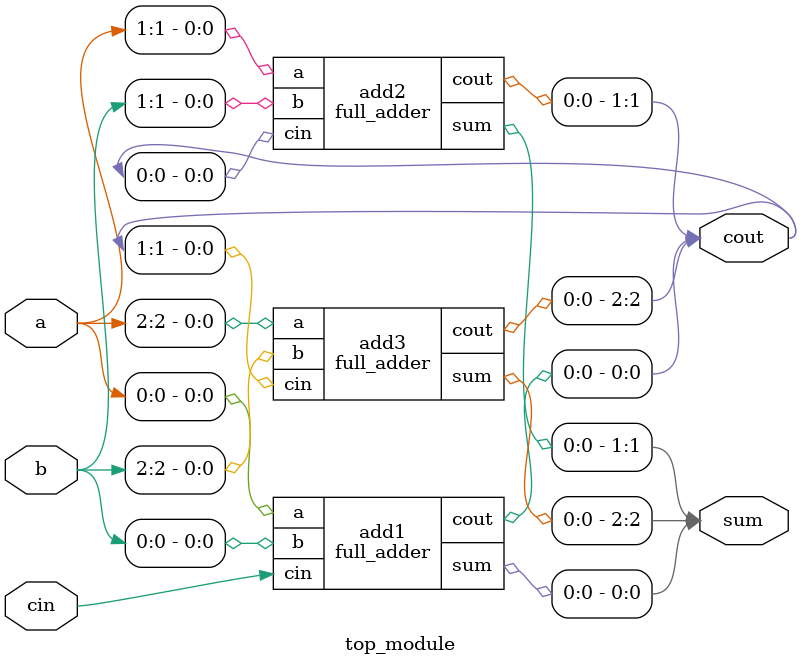
<source format=v>
module full_adder(
    input a, b, cin,
    output cout, sum
);
    assign sum = a ^ b ^ cin;
    assign cout = (a&b) | (cin&(a|b));
endmodule

module top_module( 
    input [2:0] a, b,
    input cin,
    output [2:0] cout,
    output [2:0] sum );

    full_adder add1(a[0], b[0], cin, cout[0], sum[0]);
    full_adder add2(a[1], b[1], cout[0], cout[1], sum[1]);
    full_adder add3(a[2], b[2], cout[1], cout[2], sum[2]);

endmodule

</source>
